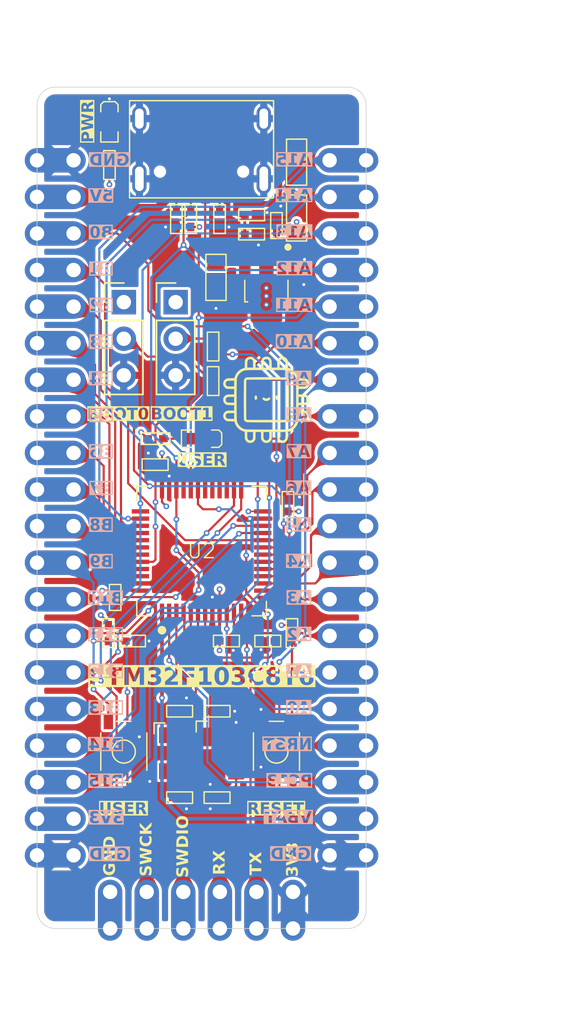
<source format=kicad_pcb>
(kicad_pcb (version 20241229) (generator "pcbnew") (generator_version "9.0")
  (title_block (title "STM32F103C8T6 Core Board") (date "2025-04-02") (rev "1") (comment 1 "Zhangshun Lu"))
  (layers (0 "F.Cu" signal) (4 "In1.Cu" signal) (6 "In2.Cu" signal) (2 "B.Cu" signal) (13 "F.Paste" user) (15 "B.Paste" user) (5 "F.SilkS" user "F.Silkscreen") (7 "B.SilkS" user "B.Silkscreen") (1 "F.Mask" user) (3 "B.Mask" user) (25 "Edge.Cuts" user))
  (net 0 "")
  (net 1 "/+3V3")
  (net 2 "GND")
  (net 3 "/+5V")
  (net 4 "/OSC_IN")
  (net 5 "/OSC_OUT")
  (net 6 "/OSC32_IN")
  (net 7 "/OSC32_OUT")
  (net 8 "/~{NRST}")
  (net 9 "/PA12")
  (net 11 "/PA11")
  (net 12 "Net-(CN1-CC2)")
  (net 13 "Net-(CN1-CC1)")
  (net 15 "/PB4")
  (net 16 "/PB2")
  (net 17 "/PA1")
  (net 18 "/USART1.TX")
  (net 19 "/PA8")
  (net 20 "/VBAT")
  (net 21 "/PB3")
  (net 22 "/PA7")
  (net 23 "/PC13")
  (net 24 "/PA2")
  (net 25 "/PA0")
  (net 26 "/USART1.RX")
  (net 27 "/PA3")
  (net 28 "/PA5")
  (net 29 "/PA4")
  (net 30 "/PA6")
  (net 31 "/PB12")
  (net 32 "/BOOT0")
  (net 33 "/PB5")
  (net 34 "/PB9")
  (net 35 "/PB13")
  (net 36 "/PB7")
  (net 37 "/PB6")
  (net 38 "/PB10")
  (net 39 "/PB1")
  (net 40 "/PB0")
  (net 41 "/PB14")
  (net 42 "/PB15")
  (net 43 "/PB11")
  (net 44 "/PB8")
  (net 45 "Net-(LED1-A)")
  (net 46 "Net-(LED2-A)")
  (net 49 "Net-(J2-Pin_2)")
  (net 50 "Net-(J1-Pin_2)")
  (net 51 "/PA15")
  (net 52 "/PA14")
  (net 53 "/PA13")
  (footprint "User:LED_SMD_0603" (layer "F.Cu") (at 150 95.2 180)
    (property "Reference" "LED2" (hide yes))
    (property "Value" "150060YS75000" (hide yes))
  )
  (footprint "User:ECX-31B" (layer "F.Cu") (at 148 117.037501 -90)
    (property "Reference" "X2" (hide yes))
    (property "Value" "32.768 kHz" (hide yes))
  )
  (footprint "User:C_SMD_0402" (layer "F.Cu") (at 151.075 120.125)
    (property "Reference" "C10" (hide yes))
    (property "Value" "20pF" (hide yes))
  )
  (footprint "User:C_SMD_0402" (layer "F.Cu") (at 145.2 109.25 180)
    (property "Reference" "C18" (hide yes))
    (property "Value" "0.1uF" (hide yes))
  )
  (footprint "User:SW_PTS810" (layer "F.Cu") (at 155.2 116.925 90)
    (property "Reference" "SW1" (hide yes))
    (property "Value" "PTS810" (hide yes))
  )
  (footprint "User:C_SMD_0402" (layer "F.Cu") (at 148.475 114.125 180)
    (property "Reference" "C11" (hide yes))
    (property "Value" "20pF" (hide yes))
  )
  (footprint "User:C_SMD_0402" (layer "F.Cu") (at 155.2 80.4 -90)
    (property "Reference" "C6" (hide yes))
    (property "Value" "0.1uF" (hide yes))
  )
  (footprint "User:C_SMD_0402" (layer "F.Cu") (at 153.475 81 180)
    (property "Reference" "C5" (hide yes))
    (property "Value" "0.1uF" (hide yes))
  )
  (footprint "User:R_SMD_0402" (layer "F.Cu") (at 149.25 79.95 90)
    (property "Reference" "R1" (hide yes))
    (property "Value" "1K5" (hide yes))
  )
  (footprint "User:C_SMD_0603" (layer "F.Cu") (at 156.6 76 90)
    (property "Reference" "C2" (hide yes))
    (property "Value" "4.7uF" (hide yes))
  )
  (footprint "User:ECX-32" (layer "F.Cu") (at 151.5 117.0625 -90)
    (property "Reference" "X1" (hide yes))
    (property "Value" "8 MHz" (hide yes))
  )
  (footprint "User:C_SMD_0402" (layer "F.Cu") (at 151.075 114.125 180)
    (property "Reference" "C9" (hide yes))
    (property "Value" "20pF" (hide yes))
  )
  (footprint "User:R_SMD_0402" (layer "F.Cu") (at 150.8 88.8 90)
    (property "Reference" "R4" (hide yes))
    (property "Value" "10K" (hide yes))
  )
  (footprint "Connector_PinHeader_2.54mm:PinHeader_1x03_P2.54mm_Vertical" (layer "F.Cu") (at 144.6 85.720001)
    (property "Reference" "J1" (hide yes))
    (property "Value" "Conn_01x03_Pin" (hide yes))
  )
  (footprint "User:C_SMD_0402" (layer "F.Cu") (at 153.475 79.67 180)
    (property "Reference" "C3" (hide yes))
    (property "Value" "0.1uF" (hide yes))
  )
  (footprint "User:R_SMD_0402" (layer "F.Cu") (at 150.8 91.2 90)
    (property "Reference" "R3" (hide yes))
    (property "Value" "10K" (hide yes))
  )
  (footprint "User:Castellated_PinHeader_1x20_2.54mm" (layer "F.Cu") (at 161.43 75.87)
    (property "Reference" "J5" (hide yes))
    (property "Value" "Conn_01x20" (hide yes))
  )
  (footprint "User:C_SMD_0603" (layer "F.Cu") (at 151 84 90)
    (property "Reference" "C4" (hide yes))
    (property "Value" "4.7uF" (hide yes))
  )
  (footprint "User:R_SMD_0402" (layer "F.Cu") (at 143.525 108.7 -90)
    (property "Reference" "R10" (hide yes))
    (property "Value" "10K" (hide yes))
  )
  (footprint "User:R_SMD_0402" (layer "F.Cu") (at 151.249999 79.95 90)
    (property "Reference" "R5" (hide yes))
    (property "Value" "5K1" (hide yes))
  )
  (footprint "Connector_PinHeader_2.54mm:PinHeader_1x03_P2.54mm_Vertical" (layer "F.Cu") (at 148.2 85.720001)
    (property "Reference" "J2" (hide yes))
    (property "Value" "Conn_01x03_Pin" (hide yes))
  )
  (footprint "User:R_SMD_0402" (layer "F.Cu") (at 143.6 76.2 90)
    (property "Reference" "R2" (hide yes))
    (property "Value" "1K" (hide yes))
  )
  (footprint "User:R_SMD_0402" (layer "F.Cu") (at 148.25 79.95 90)
    (property "Reference" "R6" (hide yes))
    (property "Value" "5K1" (hide yes))
  )
  (footprint "User:SW_PTS810" (layer "F.Cu") (at 144.6 116.925 90)
    (property "Reference" "SW2" (hide yes))
    (property "Value" "PTS810" (hide yes))
  )
  (footprint "User:LED_SMD_0603" (layer "F.Cu") (at 143.6 73.2 -90)
    (property "Reference" "LED1" (hide yes))
    (property "Value" "150060VS75000" (hide yes))
  )
  (footprint "LOGO" (layer "F.Cu") (at 154.5 92.5)
    (property "Reference" "REF**" (hide yes))
    (property "Value" "LOGO" (hide yes))
  )
  (footprint "User:C_SMD_0402" (layer "F.Cu") (at 151.725 109.25 180)
    (property "Reference" "C14" (hide yes))
    (property "Value" "0.1uF" (hide yes))
  )
  (footprint "User:Castellated_PinHeader_1x20_2.54mm" (layer "F.Cu") (at 141.11 75.87)
    (property "Reference" "J4" (hide yes))
    (property "Value" "Conn_01x20" (hide yes))
  )
  (footprint "User:STM32F103C8T6" (layer "F.Cu") (at 150 103)
    (property "Reference" "U2")
    (property "Value" "STM32F103C8T6" (hide yes))
  )
  (footprint "User:USB4105-GF-A" (layer "F.Cu") (at 150 77.73 180)
    (property "Reference" "CN1" (hide yes))
    (property "Value" "USB4105-GF-A" (hide yes))
  )
  (footprint "User:Castellated_PinHeader_1x6_2.54mm" (layer "F.Cu") (at 143.65 126.67 90)
    (property "Reference" "J3" (hide yes))
    (property "Value" "SWD" (hide yes))
  )
  (footprint "User:C_SMD_0402" (layer "F.Cu") (at 146.775 97)
    (property "Reference" "C16" (hide yes))
    (property "Value" "0.1uF" (hide yes))
  )
  (footprint "User:C_SMD_0402" (layer "F.Cu") (at 154.6 109.25)
    (property "Reference" "C13" (hide yes))
    (property "Value" "0.1uF" (hide yes))
  )
  (footprint "User:C_SMD_0402" (layer "F.Cu") (at 148.475 120.125 180)
    (property "Reference" "C12" (hide yes))
    (property "Value" "20pF" (hide yes))
  )
  (footprint "User:C_SMD_0402" (layer "F.Cu") (at 144 106.225 90)
    (property "Reference" "C17" (hide yes))
    (property "Value" "0.1uF" (hide yes))
  )
  (footprint "User:R_SMD_0402" (layer "F.Cu") (at 156.275 108.7 -90)
    (property "Reference" "R9" (hide yes))
    (property "Value" "10K" (hide yes))
  )
  (footprint "User:C_SMD_0603" (layer "F.Cu") (at 156.6 79.875 -90)
    (property "Reference" "C7" (hide yes))
    (property "Value" "4.7uF" (hide yes))
  )
  (footprint "User:R_SMD_0402" (layer "F.Cu") (at 146.8 95.2 180)
    (property "Reference" "R8" (hide yes))
    (property "Value" "1K" (hide yes))
  )
  (footprint "User:AMS1117-3.3V" (layer "F.Cu") (at 154.5 83.2 180)
    (property "Reference" "U1" (hide yes))
    (property "Value" "AMS1117-3.3V" (hide yes))
  )
  (footprint "User:C_SMD_0402" (layer "F.Cu") (at 156 99.775 -90)
    (property "Reference" "C15" (hide yes))
    (property "Value" "0.1uF" (hide yes))
  )
  (gr_line (start 161.43 72.06) (end 161.43 127.94) (stroke (width 0.05)) (layer "Edge.Cuts"))
  (gr_line (start 139.84 70.79) (end 160.16 70.79) (stroke (width 0.05)) (layer "Edge.Cuts"))
  (gr_arc (start 160.16 70.79) (mid 161.058026 71.161974) (end 161.43 72.06) (stroke (width 0.05)) (layer "Edge.Cuts"))
  (gr_arc (start 138.57 72.06) (mid 138.941974 71.161974) (end 139.84 70.79) (stroke (width 0.05)) (layer "Edge.Cuts"))
  (gr_arc (start 139.84 129.21) (mid 138.941974 128.838026) (end 138.57 127.94) (stroke (width 0.05)) (layer "Edge.Cuts"))
  (gr_line (start 160.16 129.21) (end 139.84 129.21) (stroke (width 0.05)) (layer "Edge.Cuts"))
  (gr_line (start 138.57 127.94) (end 138.57 72.06) (stroke (width 0.05)) (layer "Edge.Cuts"))
  (gr_arc (start 161.43 127.94) (mid 161.058026 128.838026) (end 160.16 129.21) (stroke (width 0.05)) (layer "Edge.Cuts"))
  (gr_text "RESET" (at 155.1375 121.4 0) (layer "F.SilkS" knockout) (effects (font (size 0.8 0.8) (thickness 0.125) (bold yes)) (justify bottom)))
  (gr_text "PWR" (at 142.6 73.200001 90) (layer "F.SilkS" knockout) (effects (font (size 0.8 0.8) (thickness 0.125) (bold yes)) (justify bottom)))
  (gr_text "SWCK" (at 146.19 123.734662 90) (layer "F.SilkS") (effects (font (size 0.8 0.8) (thickness 0.1))))
  (gr_text "SWDIO" (at 148.729999 123.516993 90) (layer "F.SilkS") (effects (font (size 0.8 0.8) (thickness 0.1))))
  (gr_text "3V3" (at 156.35 124.418151 90) (layer "F.SilkS") (effects (font (size 0.8 0.8) (thickness 0.1))))
  (gr_text "BOOT1" (at 148.6 94 0) (layer "F.SilkS" knockout) (effects (font (size 0.8 0.8) (thickness 0.125) (bold yes)) (justify bottom)))
  (gr_text "RX" (at 151.27 124.636211 90) (layer "F.SilkS") (effects (font (size 0.8 0.8) (thickness 0.1))))
  (gr_text "GND" (at 143.65 124.17 90) (layer "F.SilkS") (effects (font (size 0.8 0.8) (thickness 0.1))))
  (gr_text "TX" (at 153.81 124.698346 90) (layer "F.SilkS") (effects (font (size 0.8 0.8) (thickness 0.1))))
  (gr_text "BOOT0" (at 144.2 94 0) (layer "F.SilkS" knockout) (effects (font (size 0.8 0.8) (thickness 0.125) (bold yes)) (justify bottom)))
  (gr_text "STM32F103C8T6" (at 150 112.5 0) (layer "F.SilkS" knockout) (effects (font (size 1.2 1.2) (thickness 0.125) (bold yes) (italic yes)) (justify bottom)))
  (gr_text "USER" (at 150 97.2 0) (layer "F.SilkS" knockout) (effects (font (size 0.8 0.8) (thickness 0.125) (bold yes)) (justify bottom)))
  (gr_text "USER" (at 144.5375 121.4 0) (layer "F.SilkS" knockout) (effects (font (size 0.8 0.8) (thickness 0.125) (bold yes)) (justify bottom)))
  (gr_text "GND" (at 156.184676 124.0792 0) (layer "B.SilkS" knockout) (effects (font (size 0.8 0.8) (thickness 0.125) (bold yes)) (justify mirror)))
  (gr_text "A12" (at 156.4 83.4392 0) (layer "B.SilkS" knockout) (effects (font (size 0.8 0.8) (thickness 0.125) (bold yes)) (justify mirror)))
  (gr_text "B3" (at 143.027885 88.54 0) (layer "B.SilkS" knockout) (effects (font (size 0.8 0.8) (thickness 0.125) (bold yes)) (justify mirror)))
  (gr_text "GND" (at 143.6 124.1 0) (layer "B.SilkS" knockout) (effects (font (size 0.8 0.8) (thickness 0.125) (bold yes)) (justify mirror)))
  (gr_text "B5" (at 143.027885 93.62 0) (layer "B.SilkS" knockout) (effects (font (size 0.8 0.8) (thickness 0.125) (bold yes)) (justify mirror)))
  (gr_text "B0" (at 143.027885 80.92 0) (layer "B.SilkS" knockout) (effects (font (size 0.8 0.8) (thickness 0.125) (bold yes)) (justify mirror)))
  (gr_text "A11" (at 156.4 85.9792 0) (layer "B.SilkS" knockout) (effects (font (size 0.8 0.8) (thickness 0.125) (bold yes)) (justify mirror)))
  (gr_text "A13" (at 156.4 80.8992 0) (layer "B.SilkS" knockout) (effects (font (size 0.8 0.8) (thickness 0.125) (bold yes)) (justify mirror)))
  (gr_text "VBAT" (at 156.02328 121.5392 0) (layer "B.SilkS" knockout) (effects (font (size 0.8 0.8) (thickness 0.125) (bold yes)) (justify mirror)))
  (gr_text "A15" (at 156.4 75.87 0) (layer "B.SilkS" knockout) (effects (font (size 0.8 0.8) (thickness 0.125) (bold yes)) (justify mirror)))
  (gr_text "A2" (at 156.72201 108.8392 0) (layer "B.SilkS" knockout) (effects (font (size 0.8 0.8) (thickness 0.125) (bold yes)) (justify mirror)))
  (gr_text "5V" (at 143.042344 78.38 0) (layer "B.SilkS" knockout) (effects (font (size 0.8 0.8) (thickness 0.125) (bold yes)) (justify mirror)))
  (gr_text "B15" (at 143.349895 119.02 0) (layer "B.SilkS" knockout) (effects (font (size 0.8 0.8) (thickness 0.125) (bold yes)) (justify mirror)))
  (gr_text "B4" (at 143.027885 91.08 0) (layer "B.SilkS" knockout) (effects (font (size 0.8 0.8) (thickness 0.125) (bold yes)) (justify mirror)))
  (gr_text "B12" (at 143.349895 111.4 0) (layer "B.SilkS" knockout) (effects (font (size 0.8 0.8) (thickness 0.125) (bold yes)) (justify mirror)))
  (gr_text "B7" (at 143.027885 98.7 0) (layer "B.SilkS" knockout) (effects (font (size 0.8 0.8) (thickness 0.125) (bold yes)) (justify mirror)))
  (gr_text "A8" (at 156.72201 93.5992 0) (layer "B.SilkS" knockout) (effects (font (size 0.8 0.8) (thickness 0.125) (bold yes)) (justify mirror)))
  (gr_text "A6" (at 156.72201 98.6792 0) (layer "B.SilkS" knockout) (effects (font (size 0.8 0.8) (thickness 0.125) (bold yes)) (justify mirror)))
  (gr_text "PC13" (at 156.100266 118.9992 0) (layer "B.SilkS" knockout) (effects (font (size 0.8 0.8) (thickness 0.125) (bold yes)) (justify mirror)))
  (gr_text "A5" (at 156.72201 101.2192 0) (layer "B.SilkS" knockout) (effects (font (size 0.8 0.8) (thickness 0.125) (bold yes)) (justify mirror)))
  (gr_text "A7" (at 156.72201 96.1392 0) (layer "B.SilkS" knockout) (effects (font (size 0.8 0.8) (thickness 0.125) (bold yes)) (justify mirror)))
  (gr_text "B6" (at 143.027885 96.16 0) (layer "B.SilkS" knockout) (effects (font (size 0.8 0.8) (thickness 0.125) (bold yes)) (justify mirror)))
  (gr_text "B11" (at 143.349895 108.86 0) (layer "B.SilkS" knockout) (effects (font (size 0.8 0.8) (thickness 0.125) (bold yes)) (justify mirror)))
  (gr_text "B14" (at 143.349895 116.48 0) (layer "B.SilkS" knockout) (effects (font (size 0.8 0.8) (thickness 0.125) (bold yes)) (justify mirror)))
  (gr_text "GND" (at 143.6 75.8908 0) (layer "B.SilkS" knockout) (effects (font (size 0.8 0.8) (thickness 0.125) (bold yes)) (justify mirror)))
  (gr_text "A3" (at 156.72201 106.2992 0) (layer "B.SilkS" knockout) (effects (font (size 0.8 0.8) (thickness 0.125) (bold yes)) (justify mirror)))
  (gr_text "A9" (at 156.72201 91.0592 0) (layer "B.SilkS" knockout) (effects (font (size 0.8 0.8) (thickness 0.125) (bold yes)) (justify mirror)))
  (gr_text "B13" (at 143.349895 113.94 0) (layer "B.SilkS" knockout) (effects (font (size 0.8 0.8) (thickness 0.125) (bold yes)) (justify mirror)))
  (gr_text "A0" (at 156.72201 113.9192 0) (layer "B.SilkS" knockout) (effects (font (size 0.8 0.8) (thickness 0.125) (bold yes)) (justify mirror)))
  (gr_text "A1" (at 156.72201 111.3792 0) (layer "B.SilkS" knockout) (effects (font (size 0.8 0.8) (thickness 0.125) (bold yes)) (justify mirror)))
  (gr_text "B2" (at 143.027885 86 0) (layer "B.SilkS" knockout) (effects (font (size 0.8 0.8) (thickness 0.125) (bold yes)) (justify mirror)))
  (gr_text "B8" (at 143.027885 101.24 0) (layer "B.SilkS" knockout) (effects (font (size 0.8 0.8) (thickness 0.125) (bold yes)) (justify mirror)))
  (gr_text "A14" (at 156.4 78.3592 0) (layer "B.SilkS" knockout) (effects (font (size 0.8 0.8) (thickness 0.125) (bold yes)) (justify mirror)))
  (gr_text "A4" (at 156.72201 103.7592 0) (layer "B.SilkS" knockout) (effects (font (size 0.8 0.8) (thickness 0.125) (bold yes)) (justify mirror)))
  (gr_text "3V3" (at 143.364354 121.56 0) (layer "B.SilkS" knockout) (effects (font (size 0.8 0.8) (thickness 0.125) (bold yes)) (justify mirror)))
  (gr_text "A10" (at 156.4 88.5192 0) (layer "B.SilkS" knockout) (effects (font (size 0.8 0.8) (thickness 0.125) (bold yes)) (justify mirror)))
  (gr_text "B9" (at 143.027885 103.78 0) (layer "B.SilkS" knockout) (effects (font (size 0.8 0.8) (thickness 0.125) (bold yes)) (justify mirror)))
  (gr_text "NRST" (at 155.988109 116.4592 0) (layer "B.SilkS" knockout) (effects (font (size 0.8 0.8) (thickness 0.125) (bold yes)) (justify mirror)))
  (gr_text "B10" (at 143.349895 106.32 0) (layer "B.SilkS" knockout) (effects (font (size 0.8 0.8) (thickness 0.125) (bold yes)) (justify mirror)))
  (gr_text "B1" (at 143.027885 83.46 0) (layer "B.SilkS" knockout) (effects (font (size 0.8 0.8) (thickness 0.125) (bold yes)) (justify mirror)))
  (segment (start 147.25 97) (end 147.25 96.2) (width 0.15) (layer "F.Cu") (net 1))
  (segment (start 156.6 80.875) (end 156.6 80.15) (width 0.2) (layer "F.Cu") (net 1))
  (segment (start 156 100.25) (end 156.75 100.25) (width 0.15) (layer "F.Cu") (net 1))
  (segment (start 154.5 82.05) (end 154.5 83.2) (width 0.3) (layer "F.Cu") (net 1))
  (segment (start 143.525 108.15) (end 143.525 107.975) (width 0.15) (layer "F.Cu") (net 1))
  (segment (start 156.6 80.875) (end 155.2 80.875) (width 0.25) (layer "F.Cu") (net 1))
  (segment (start 155.2 81.35) (end 154.5 82.05) (width 0.3) (layer "F.Cu") (net 1))
  (segment (start 151.25 109.25) (end 151.25 109.9) (width 0.15) (layer "F.Cu") (net 1))
  (segment (start 147.25 98.75) (end 147.25 99.6) (width 0.15) (layer "F.Cu") (net 1))
  (segment (start 147.25 98.75) (end 147.25 97) (width 0.15) (layer "F.Cu") (net 1))
  (segment (start 156.275 108.15) (end 155.55 108.15) (width 0.15) (layer "F.Cu") (net 1))
  (segment (start 144 105.75) (end 143.1 105.75) (width 0.15) (layer "F.Cu") (net 1))
  (segment (start 151.25 107.25) (end 151.25 105.65) (width 0.15) (layer "F.Cu") (net 1))
  (segment (start 154.25 100.25) (end 153.25 100.25) (width 0.1) (layer "F.Cu") (net 1))
  (segment (start 143.6 76.75) (end 143.6 77.55) (width 0.15) (layer "F.Cu") (net 1))
  (segment (start 143.525 107.975) (end 143 107.45) (width 0.15) (layer "F.Cu") (net 1))
  (segment (start 146.25 95.2) (end 145.8 94.75) (width 0.15) (layer "F.Cu") (net 1))
  (segment (start 147.25 99.6) (end 147.55 99.9) (width 0.15) (layer "F.Cu") (net 1))
  (segment (start 151.25 109.25) (end 151.25 107.25) (width 0.2) (layer "F.Cu") (net 1))
  (segment (start 145.75 105.75) (end 144 105.75) (width 0.15) (layer "F.Cu") (net 1))
  (segment (start 149.25 80.5) (end 149.85 80.5) (width 0.15) (layer "F.Cu") (net 1))
  (segment (start 155.2 80.875) (end 155.2 81.35) (width 0.25) (layer "F.Cu") (net 1))
  (via (at 154.5 85.3) (size 0.4) (drill 0.2) (layers "F.Cu" "B.Cu") (net 1))
  (via (at 155.55 108.15) (size 0.4) (drill 0.2) (layers "F.Cu" "B.Cu") (net 1))
  (via (at 143.6 77.55) (size 0.4) (drill 0.2) (layers "F.Cu" "B.Cu") (net 1))
  (via (at 147.25 96.2) (size 0.4) (drill 0.2) (layers "F.Cu" "B.Cu") (net 1))
  (via (at 151.25 109.9) (size 0.4) (drill 0.2) (layers "F.Cu" "B.Cu") (net 1))
  (via (at 156.75 100.25) (size 0.4) (drill 0.2) (layers "F.Cu" "B.Cu") (net 1))
  (via (at 143 107.45) (size 0.4) (drill 0.2) (layers "F.Cu" "B.Cu") (net 1))
  (via (at 145.8 94.75) (size 0.4) (drill 0.2) (layers "F.Cu" "B.Cu") (net 1))
  (via (at 147.55 99.9) (size 0.4) (drill 0.2) (layers "F.Cu" "B.Cu") (net 1))
  (via (at 149.85 80.5) (size 0.4) (drill 0.2) (layers "F.Cu" "B.Cu") (net 1))
  (via (at 153.25 100.25) (size 0.4) (drill 0.2) (layers "F.Cu" "B.Cu") (net 1))
  (via (at 156.6 80.15) (size 0.4) (drill 0.2) (layers "F.Cu" "B.Cu") (net 1))
  (via (at 143.1 105.75) (size 0.4) (drill 0.2) (layers "F.Cu" "B.Cu") (net 1))
  (via (at 154.5 84.7375) (size 0.4) (drill 0.2) (layers "F.Cu" "B.Cu") (net 1))
  (via (at 151.25 105.65) (size 0.4) (drill 0.2) (layers "F.Cu" "B.Cu") (net 1))
  (via (at 154.5 85.9) (size 0.4) (drill 0.2) (layers "F.Cu" "B.Cu") (net 1))
  (segment (start 154.38 79.67) (end 154.55 79.5) (width 0.15) (layer "F.Cu") (net 2))
  (segment (start 156.8 99.25) (end 156.05 99.25) (width 0.15) (layer "F.Cu") (net 2))
  (segment (start 147.75 98.75) (end 147.75 97.8) (width 0.15) (layer "F.Cu") (net 2))
  (segment (start 145.675 114.85) (end 145.675 115.9) (width 0.15) (layer "F.Cu") (net 2))
  (segment (start 150.6 120.125) (end 150.6 120.9) (width 0.15) (layer "F.Cu") (net 2))
  (segment (start 150.75 107.25) (end 150.75 106.2) (width 0.15) (layer "F.Cu") (net 2))
  (segment (start 151 85) (end 151 86.15) (width 0.25) (layer "F.Cu") (net 2))
  (segment (start 152.2 109.25) (end 152.2 109.9) (width 0.15) (layer "F.Cu") (net 2))
  (segment (start 143.6 72.400001) (end 143.6 71.6) (width 0.15) (layer "F.Cu") (net 2))
  (segment (start 144 106.7) (end 143 106.7) (width 0.15) (layer "F.Cu") (net 2))
  (segment (start 156.35 84.5) (end 157.1 84.5) (width 0.2) (layer "F.Cu") (net 2))
  (segment (start 151.55 114.125) (end 152.3 114.125) (width 0.15) (layer "F.Cu") (net 2))
  (segment (start 154.125 119) (end 154.125 118) (width 0.15) (layer "F.Cu") (net 2))
  (segment (start 151.9 80.5) (end 151.249999 80.5) (width 0.15) (layer "F.Cu") (net 2))
  (segment (start 156.7 83.2) (end 157.15 82.75) (width 0.2) (layer "F.Cu") (net 2))
  (segment (start 153.95 79.67) (end 154.38 79.67) (width 0.15) (layer "F.Cu") (net 2))
  (segment (start 148.25 80.5) (end 147.5 80.5) (width 0.15) (layer "F.Cu") (net 2))
  (segment (start 145.675 119) (end 146.4 119) (width 0.15) (layer "F.Cu") (net 2))
  (segment (start 153.95 81) (end 153.95 81.75) (width 0.15) (layer "F.Cu") (net 2))
  (segment (start 148.95 120.125) (end 148.95 120.9) (width 0.15) (layer "F.Cu") (net 2))
  (segment (start 154.125 114.85) (end 154.125 114) (width 0.15) (layer "F.Cu") (net 2))
  (segment (start 154.25 100.75) (end 153.35 100.75) (width 0.15) (layer "F.Cu") (net 2))
  (segment (start 154.125 109.25) (end 154.125 109.85) (width 0.15) (layer "F.Cu") (net 2))
  (segment (start 152.4 115.9125) (end 152.4 114.9) (width 0.15) (layer "F.Cu") (net 2))
  (segment (start 156 83.2) (end 156 84.15) (width 0.2) (layer "F.Cu") (net 2))
  (segment (start 156.6 77) (end 156.6 77.9) (width 0.2) (layer "F.Cu") (net 2))
  (segment (start 146.3 97) (end 146.3 96.2) (width 0.15) (layer "F.Cu") (net 2))
  (segment (start 156 83.2) (end 156.7 83.2) (width 0.2) (layer "F.Cu") (net 2))
  (segment (start 148.95 114.125) (end 148.95 113.2) (width 0.15) (layer "F.Cu") (net 2))
  (segment (start 150.6 118.2125) (end 150.6 119.2) (width 0.15) (layer "F.Cu") (net 2))
  (segment (start 156 84.15) (end 156.35 84.5) (width 0.2) (layer "F.Cu") (net 2))
  (segment (start 145.675 109.25) (end 146.35 109.25) (width 0.15) (layer "F.Cu") (net 2))
  (segment (start 156.05 99.25) (end 156 99.3) (width 0.15) (layer "F.Cu") (net 2))
  (segment (start 156.6 78.875) (end 156.6 77.9) (width 0.2) (layer "F.Cu") (net 2))
  (segment (start 155.2 79.35) (end 155.5 79.05) (width 0.15) (layer "F.Cu") (net 2))
  (segment (start 155.2 79.925) (end 155.2 79.35) (width 0.15) (layer "F.Cu") (net 2))
  (via (at 151 86.15) (size 0.4) (drill 0.2) (layers "F.Cu" "B.Cu") (net 2))
  (via (at 154.125 109.85) (size 0.4) (drill 0.2) (layers "F.Cu" "B.Cu") (net 2))
  (via (at 157.15 82.75) (size 0.4) (drill 0.2) (layers "F.Cu" "B.Cu") (net 2))
  (via (at 146.35 109.25) (size 0.4) (drill 0.2) (layers "F.Cu" "B.Cu") (net 2))
  (via (at 154.55 79.5) (size 0.4) (drill 0.2) (layers "F.Cu" "B.Cu") (net 2))
  (via (at 156.6 77.9) (size 0.4) (drill 0.2) (layers "F.Cu" "B.Cu") (net 2))
  (via (at 155.5 79.05) (size 0.4) (drill 0.2) (layers "F.Cu" "B.Cu") (net 2))
  (via (at 143 106.7) (size 0.4) (drill 0.2) (layers "F.Cu" "B.Cu") (net 2))
  (via (at 147.5 80.5) (size 0.4) (drill 0.2) (layers "F.Cu" "B.Cu") (net 2))
  (via (at 153.95 81.75) (size 0.4) (drill 0.2) (layers "F.Cu" "B.Cu") (net 2))
  (via (at 150.6 119.2) (size 0.4) (drill 0.2) (layers "F.Cu" "B.Cu") (net 2))
  (via (at 154.125 118) (size 0.4) (drill 0.2) (layers "F.Cu" "B.Cu") (net 2))
  (via (at 143.6 71.6) (size 0.4) (drill 0.2) (layers "F.Cu" "B.Cu") (net 2))
  (via (at 150.6 120.9) (size 0.4) (drill 0.2) (layers "F.Cu" "B.Cu") (net 2))
  (via (at 152.4 114.9) (size 0.4) (drill 0.2) (layers "F.Cu" "B.Cu") (net 2))
  (via (at 157.1 84.5) (size 0.4) (drill 0.2) (layers "F.Cu" "B.Cu") (net 2))
  (via (at 150.75 106.2) (size 0.4) (drill 0.2) (layers "F.Cu" "B.Cu") (net 2))
  (via (at 148.95 113.2) (size 0.4) (drill 0.2) (layers "F.Cu" "B.Cu") (net 2))
  (via (at 147.75 97.8) (size 0.4) (drill 0.2) (layers "F.Cu" "B.Cu") (net 2))
  (via (at 156.8 99.25) (size 0.4) (drill 0.2) (layers "F.Cu" "B.Cu") (net 2))
  (via (at 154.125 114) (size 0.4) (drill 0.2) (layers "F.Cu" "B.Cu") (net 2))
  (via (at 151.9 80.5) (size 0.4) (drill 0.2) (layers "F.Cu" "B.Cu") (net 2))
  (via (at 145.675 115.9) (size 0.4) (drill 0.2) (layers "F.Cu" "B.Cu") (net 2))
  (via (at 153.35 100.75) (size 0.4) (drill 0.2) (layers "F.Cu" "B.Cu") (net 2))
  (via (at 146.3 96.2) (size 0.4) (drill 0.2) (layers "F.Cu" "B.Cu") (net 2))
  (via (at 148.95 120.9) (size 0.4) (drill 0.2) (layers "F.Cu" "B.Cu") (net 2))
  (via (at 152.3 114.125) (size 0.4) (drill 0.2) (layers "F.Cu" "B.Cu") (net 2))
  (via (at 152.2 109.9) (size 0.4) (drill 0.2) (layers "F.Cu" "B.Cu") (net 2))
  (via (at 146.4 119) (size 0.4) (drill 0.2) (layers "F.Cu" "B.Cu") (net 2))
  (segment (start 143.15 78.65) (end 143.3 78.8) (width 0.6) (layer "F.Cu") (net 3))
  (segment (start 155.4 75) (end 156.6 75) (width 0.6) (layer "F.Cu") (net 3))
  (segment (start 143.7 79.2) (end 143.15 78.65) (width 0.6) (layer "F.Cu") (net 3))
  (segment (start 151 83) (end 152.8 83) (width 0.25) (layer "F.Cu") (net 3))
  (segment (start 145.7 75) (end 155.4 75) (width 0.6) (layer "F.Cu") (net 3))
  (segment (start 154.7 78.9) (end 155.4 78.2) (width 0.4) (layer "F.Cu") (net 3))
  (segment (start 153 81) (end 153 83.2) (width 0.25) (layer "F.Cu") (net 3))
  (segment (start 144.65 79.2) (end 144.65 76.05) (width 0.6) (layer "F.Cu") (net 3))
  (segment (start 155.4 78.2) (end 155.4 75) (width 0.4) (layer "F.Cu") (net 3))
  (segment (start 152.4 78.9) (end 152.4 77.88) (width 0.4) (layer "F.Cu") (net 3))
  (segment (start 152.4 78.9) (end 154.7 78.9) (width 0.4) (layer "F.Cu") (net 3))
  (segment (start 144.65 79.2) (end 143.7 79.2) (width 0.6) (layer "F.Cu") (net 3))
  (segment (start 152.4 79.45) (end 152.4 78.9) (width 0.4) (layer "F.Cu") (net 3))
  (segment (start 147.6 78.55) (end 146.95 79.2) (width 0.6) (layer "F.Cu") (net 3))
  (segment (start 142.91 78.41) (end 141.11 78.41) (width 0.6) (layer "F.Cu") (net 3))
  (segment (start 146.95 79.2) (end 144.65 79.2) (width 0.6) (layer "F.Cu") (net 3))
  (segment (start 153 81) (end 153 79.67) (width 0.2) (layer "F.Cu") (net 3))
  (segment (start 152.62 79.67) (end 152.4 79.45) (width 0.3) (layer "F.Cu") (net 3))
  (segment (start 142.91 78.41) (end 143.15 78.65) (width 0.6) (layer "F.Cu") (net 3))
  (segment (start 144.65 76.05) (end 145.7 75) (width 0.6) (layer "F.Cu") (net 3))
  (segment (start 153 79.67) (end 152.62 79.67) (width 0.3) (layer "F.Cu") (net 3))
  (segment (start 147.6 77.88) (end 147.6 78.55) (width 0.6) (layer "F.Cu") (net 3))
  (segment (start 150.6 115.9125) (end 150.6 114.125) (width 0.15) (layer "F.Cu") (net 4))
  (segment (start 150.6 111.8) (end 149.25 110.45) (width 0.15) (layer "F.Cu") (net 4))
  (segment (start 149.25 110.45) (end 149.25 107.25) (width 0.15) (layer "F.Cu") (net 4))
  (segment (start 150.6 114.125) (end 150.6 111.8) (width 0.15) (layer "F.Cu") (net 4))
  (segment (start 151.075 111.575) (end 149.75 110.25) (width 0.15) (layer "F.Cu") (net 5))
  (segment (start 151.075 114.775) (end 151.075 111.575) (width 0.15) (layer "F.Cu") (net 5))
  (segment (start 149.75 110.25) (end 149.75 107.25) (width 0.15) (layer "F.Cu") (net 5))
  (segment (start 151.55 120.125) (end 152.4 119.275) (width 0.15) (layer "F.Cu") (net 5))
  (segment (start 151.5 115.2) (end 151.075 114.775) (width 0.15) (layer "F.Cu") (net 5))
  (segment (start 152.4 118.2125) (end 151.5 117.3125) (width 0.15) (layer "F.Cu") (net 5))
  (segment (start 152.4 119.275) (end 152.4 118.2125) (width 0.15) (layer "F.Cu") (net 5))
  (segment (start 151.5 117.3125) (end 151.5 115.2) (width 0.15) (layer "F.Cu") (net 5))
  (segment (start 148 113.4) (end 148 114.125) (width 0.15) (layer "F.Cu") (net 6))
  (segment (start 148.25 107.25) (end 148.25 113.15) (width 0.15) (layer "F.Cu") (net 6))
  (segment (start 148 115.787502) (end 148 114.125) (width 0.15) (layer "F.Cu") (net 6))
  (segment (start 148.25 113.15) (end 148 113.4) (width 0.15) (layer "F.Cu") (net 6))
  (segment (start 148.8 111) (end 148.8 107.3) (width 0.15) (layer "F.Cu") (net 7))
  (segment (start 149.6 111.8) (end 148.8 111) (width 0.15) (layer "F.Cu") (net 7))
  (segment (start 148 118.2875) (end 149.6 116.6875) (width 0.15) (layer "F.Cu") (net 7))
  (segment (start 149.6 116.6875) (end 149.6 111.8) (width 0.15) (layer "F.Cu") (net 7))
  (segment (start 148.8 107.3) (end 148.75 107.25) (width 0.15) (layer "F.Cu") (net 7))
  (segment (start 148 120.125) (end 148 118.2875) (width 0.15) (layer "F.Cu") (net 7))
  (segment (start 150.25 109.95) (end 150.7 110.4) (width 0.15) (layer "F.Cu") (net 8))
  (segment (start 155.075 110.025) (end 155.075 109.25) (width 0.15) (layer "F.Cu") (net 8))
  (segment (start 150.7 110.4) (end 154.7 110.4) (width 0.15) (layer "F.Cu") (net 8))
  (segment (start 154.7 110.4) (end 155.075 110.025) (width 0.15) (layer "F.Cu") (net 8))
  (segment (start 150.25 107.25) (end 150.25 109.95) (width 0.15) (layer "F.Cu") (net 8))
  (segment (start 156.275 109.25) (end 155.075 109.25) (width 0.15) (layer "F.Cu") (net 8))
  (segment (start 156.275 115.675) (end 156.275 114.85) (width 0.15) (layer "F.Cu") (net 8))
  (segment (start 156.275 114.85) (end 156.275 109.25) (width 0.15) (layer "F.Cu") (net 8))
  (segment (start 157.11 116.51) (end 156.275 115.675) (width 0.15) (layer "F.Cu") (net 8))
  (segment (start 158.89 116.51) (end 157.11 116.51) (width 0.15) (layer "F.Cu") (net 8))
  (segment (start 150 76.55) (end 149.5 76.55) (width 0.15) (layer "F.Cu") (net 9))
  (segment (start 150.25 77.73) (end 150.25 76.8) (width 0.15) (layer "F.Cu") (net 9))
  (segment (start 149.25 76.8) (end 149.25 77.73) (width 0.15) (layer "F.Cu") (net 9))
  (segment (start 149.25 77.73) (end 149.25 79.4) (width 0.15) (layer "F.Cu") (net 9))
  (segment (start 149.5 76.55) (end 149.25 76.8) (width 0.15) (layer "F.Cu") (net 9))
  (segment (start 148.75 79.9) (end 149.25 79.4) (width 0.15) (layer "F.Cu") (net 9))
  (segment (start 148.75 81.75) (end 148.75 79.9) (width 0.15) (layer "F.Cu") (net 9))
  (segment (start 150.25 76.8) (end 150 76.55) (width 0.15) (layer "F.Cu") (net 9))
  (segment (start 148.75 98.75) (end 148.75 96.25) (width 0.15) (layer "F.Cu") (net 9))
  (via (at 148.75 96.25) (size 0.4) (drill 0.2) (layers "F.Cu" "B.Cu") (net 9))
  (via (at 148.75 81.75) (size 0.4) (drill 0.2) (layers "F.Cu" "B.Cu") (net 9))
  (segment (start 148.75 81.75) (end 150.49 83.49) (width 0.15) (layer "B.Cu") (net 9))
  (segment (start 148.75 81.75) (end 146.5 84) (width 0.15) (layer "B.Cu") (net 9))
  (segment (start 146.5 94) (end 148.75 96.25) (width 0.15) (layer "B.Cu") (net 9))
  (segment (start 150.49 83.49) (end 158.89 83.49) (width 0.15) (layer "B.Cu") (net 9))
  (segment (start 146.5 84) (end 146.5 94) (width 0.15) (layer "B.Cu") (net 9))
  (segment (start 149.75 78.5) (end 150.05 78.8) (width 0.15) (layer "F.Cu") (net 11))
  (segment (start 149.75 77.73) (end 149.75 78.5) (width 0.15) (layer "F.Cu") (net 11))
  (segment (start 150.05 78.8) (end 150.25 78.8) (width 0.15) (layer "F.Cu") (net 11))
  (segment (start 150.25 78.8) (end 150.5 78.8) (width 0.15) (layer "F.Cu") (net 11))
  (segment (start 149.8 86.8) (end 149.8 81.75) (width 0.15) (layer "F.Cu") (net 11))
  (segment (start 150.25 81.3) (end 150.25 78.8) (width 0.15) (layer "F.Cu") (net 11))
  (segment (start 150.75 78.55) (end 150.75 77.73) (width 0.15) (layer "F.Cu") (net 11))
  (segment (start 149.25 98.75) (end 149.25 96.9) (width 0.15) (layer "F.Cu") (net 11))
  (segment (start 150.5 78.8) (end 150.75 78.55) (width 0.15) (layer "F.Cu") (net 11))
  (segment (start 149.8 81.75) (end 150.25 81.3) (width 0.15) (layer "F.Cu") (net 11))
  (via (at 149.8 86.8) (size 0.4) (drill 0.2) (layers "F.Cu" "B.Cu") (net 11))
  (via (at 149.25 96.9) (size 0.4) (drill 0.2) (layers "F.Cu" "B.Cu") (net 11))
  (segment (start 157.3 86.1) (end 158.82 86.1) (width 0.15) (layer "B.Cu") (net 11))
  (segment (start 149.8 86.8) (end 149.8 92.1) (width 0.15) (layer "B.Cu") (net 11))
  (segment (start 149.8 86.8) (end 156.6 86.8) (width 0.15) (layer "B.Cu") (net 11))
  (segment (start 158.82 86.1) (end 158.89 86.03) (width 0.15) (layer "B.Cu") (net 11))
  (segment (start 149.25 92.65) (end 149.25 96.9) (width 0.15) (layer "B.Cu") (net 11))
  (segment (start 156.6 86.8) (end 157.3 86.1) (width 0.15) (layer "B.Cu") (net 11))
  (segment (start 149.8 92.1) (end 149.25 92.65) (width 0.15) (layer "B.Cu") (net 11))
  (segment (start 148.25 79.4) (end 148.25 77.73) (width 0.15) (layer "F.Cu") (net 12))
  (segment (start 151.249999 79.4) (end 151.249999 77.73) (width 0.15) (layer "F.Cu") (net 13))
  (segment (start 144 101.2) (end 144.55 101.75) (width 0.15) (layer "F.Cu") (net 15))
  (segment (start 141.11 91.11) (end 144 94) (width 0.15) (layer "F.Cu") (net 15))
  (segment (start 144.55 101.75) (end 145.75 101.75) (width 0.15) (layer "F.Cu") (net 15))
  (segment (start 144 94) (end 144 101.2) (width 0.15) (layer "F.Cu") (net 15))
  (segment (start 143 87) (end 142.03 86.03) (width 0.15) (layer "F.Cu") (net 16))
  (segment (start 155 102.25) (end 155.15 102.1) (width 0.15) (layer "F.Cu") (net 16))
  (segment (start 152.15 89.35) (end 150.8 89.35) (width 0.15) (layer "F.Cu") (net 16))
  (segment (start 143 91.8) (end 143 87) (width 0.15) (layer "F.Cu") (net 16))
  (segment (start 155.2 100.5) (end 155.2 96.45) (width 0.15) (layer "F.Cu") (net 16))
  (segment (start 144.9 98.3) (end 144.9 93.7) (width 0.15) (layer "F.Cu") (net 16))
  (segment (start 144.9 93.7) (end 143 91.8) (width 0.15) (layer "F.Cu") (net 16))
  (segment (start 142.03 86.03) (end 141.11 86.03) (width 0.15) (layer "F.Cu") (net 16))
  (segment (start 154.25 102.25) (end 155 102.25) (width 0.15) (layer "F.Cu") (net 16))
  (segment (start 155.15 102.1) (end 155.2 102.05) (width 0.15) (layer "F.Cu") (net 16))
  (segment (start 148.85 102.25) (end 144.9 98.3) (width 0.15) (layer "F.Cu") (net 16))
  (segment (start 154.25 102.25) (end 148.85 102.25) (width 0.15) (layer "F.Cu") (net 16))
  (segment (start 155.2 102.05) (end 155.2 100.5) (width 0.15) (layer "F.Cu") (net 16))
  (via (at 152.15 89.35) (size 0.4) (drill 0.2) (layers "F.Cu" "B.Cu") (net 16))
  (via (at 155.2 96.45) (size 0.4) (drill 0.2) (layers "F.Cu" "B.Cu") (net 16))
  (segment (start 155.2 96.45) (end 155.2 91.05) (width 0.15) (layer "B.Cu") (net 16))
  (segment (start 153.5 89.35) (end 152.15 89.35) (width 0.15) (layer "B.Cu") (net 16))
  (segment (start 155.2 91.05) (end 153.5 89.35) (width 0.15) (layer "B.Cu") (net 16))
  (segment (start 152.25 108.25) (end 152.25 107.25) (width 0.15) (layer "F.Cu") (net 17))
  (segment (start 153.15 109.15) (end 152.25 108.25) (width 0.15) (layer "F.Cu") (net 17))
  (segment (start 153.15 109.85) (end 153.15 109.15) (width 0.15) (layer "F.Cu") (net 17))
  (via (at 153.15 109.85) (size 0.4) (drill 0.2) (layers "F.Cu" "B.Cu") (net 17))
  (segment (start 153.15 110.75) (end 153.15 109.85) (width 0.15) (layer "B.Cu") (net 17))
  (segment (start 153.83 111.43) (end 153.4 111) (width 0.15) (layer "B.Cu") (net 17))
  (segment (start 158.89 111.43) (end 153.83 111.43) (width 0.15) (layer "B.Cu") (net 17))
  (segment (start 153.4 111) (end 153.15 110.75) (width 0.15) (layer "B.Cu") (net 17))
  (segment (start 150.15 96.25) (end 150.15 94.45) (width 0.15) (layer "F.Cu") (net 18))
  (segment (start 155.4 122.5) (end 155.4 110.7) (width 0.15) (layer "F.Cu") (net 18))
  (segment (start 150.25 96.35) (end 150.15 96.25) (width 0.15) (layer "F.Cu") (net 18))
  (segment (start 150.25 98.75) (end 150.25 96.35) (width 0.15) (layer "F.Cu") (net 18))
  (segment (start 153.49 91.11) (end 158.89 91.11) (width 0.15) (layer "F.Cu") (net 18))
  (segment (start 150.15 94.45) (end 153.49 91.11) (width 0.15) (layer "F.Cu") (net 18))
  (segment (start 153.81 124.09) (end 155.4 122.5) (width 0.15) (layer "F.Cu") (net 18))
  (segment (start 153.81 126.67) (end 153.81 124.09) (width 0.15) (layer "F.Cu") (net 18))
  (via (at 155.4 110.7) (size 0.4) (drill 0.2) (layers "F.Cu" "B.Cu") (net 18))
  (segment (start 157.2 92.3) (end 158.39 91.11) (width 0.15) (layer "B.Cu") (net 18))
  (segment (start 157.2 108.9) (end 157.2 92.3) (width 0.15) (layer "B.Cu") (net 18))
  (segment (start 155.4 110.7) (end 157.2 108.9) (width 0.15) (layer "B.Cu") (net 18))
  (segment (start 158.39 91.11) (end 158.89 91.11) (width 0.15) (layer "B.Cu") (net 18))
  (segment (start 150.75 95.249999) (end 150.799999 95.2) (width 0.15) (layer "F.Cu") (net 19))
  (segment (start 150.75 98.75) (end 150.75 95.249999) (width 0.15) (layer "F.Cu") (net 19))
  (segment (start 150.799999 95.2) (end 155.5 95.2) (width 0.15) (layer "F.Cu") (net 19))
  (segment (start 155.5 95.2) (end 157.05 93.65) (width 0.15) (layer "F.Cu") (net 19))
  (segment (start 157.05 93.65) (end 158.89 93.65) (width 0.15) (layer "F.Cu") (net 19))
  (segment (start 147.25 107.25) (end 147.25 113.2) (width 0.25) (layer "F.Cu") (net 20))
  (via (at 147.25 113.2) (size 0.4) (drill 0.2) (layers "F.Cu" "B.Cu") (net 20))
  (segment (start 147.25 120.15) (end 148.69 121.59) (width 0.25) (layer "B.Cu") (net 20))
  (segment (start 147.25 113.2) (end 147.25 120.15) (width 0.25) (layer "B.Cu") (net 20))
  (segment (start 148.69 121.59) (end 158.89 121.59) (width 0.25) (layer "B.Cu") (net 20))
  (segment (start 142.6 92.1) (end 144.4 93.9) (width 0.15) (layer "F.Cu") (net 21))
  (segment (start 141.11 88.57) (end 142.6 90.06) (width 0.15) (layer "F.Cu") (net 21))
  (segment (start 144.75 101.25) (end 145.75 101.25) (width 0.15) (layer "F.Cu") (net 21))
  (segment (start 144.4 100.9) (end 144.75 101.25) (width 0.15) (layer "F.Cu") (net 21))
  (segment (start 142.6 90.06) (end 142.6 92.1) (width 0.15) (layer "F.Cu") (net 21))
  (segment (start 144.4 93.9) (end 144.4 100.9) (width 0.15) (layer "F.Cu") (net 21))
  (segment (start 157.34 100.74) (end 157.34 97.74) (width 0.15) (layer "F.Cu") (net 22))
  (segment (start 157.34 97.74) (end 158.89 96.19) (width 0.15) (layer "F.Cu") (net 22))
  (segment (start 157.35 100.75) (end 157.34 100.74) (width 0.15) (layer "F.Cu") (net 22))
  (segment (start 156.8 101.3) (end 157.35 100.75) (width 0.15) (layer "F.Cu") (net 22))
  (segment (start 154.25 103.75) (end 156.15 103.75) (width 0.15) (layer "F.Cu") (net 22))
  (segment (start 156.15 103.75) (end 156.8 103.1) (width 0.15) (layer "F.Cu") (net 22))
  (segment (start 156.8 103.1) (end 156.8 101.3) (width 0.15) (layer "F.Cu") (net 22))
  (segment (start 147.75 107.25) (end 147.75 110.6) (width 0.15) (layer "F.Cu") (net 23))
  (via (at 147.75 110.6) (size 0.4) (drill 0.2) (layers "F.Cu" "B.Cu") (net 23))
  (segment (start 147.75 110.6) (end 150.4 113.25) (width 0.15) (layer "B.Cu") (net 23))
  (segment (start 150.4 117.65) (end 151.8 119.05) (width 0.15) (layer "B.Cu") (net 23))
  (segment (start 150.4 113.25) (end 150.4 117.65) (width 0.15) (layer "B.Cu") (net 23))
  (segment (start 151.8 119.05) (end 158.89 119.05) (width 0.15) (layer "B.Cu") (net 23))
  (segment (start 158.89 108.89) (end 157.19 108.89) (width 0.15) (layer "F.Cu") (net 24))
  (segment (start 157.19 108.89) (end 157 108.7) (width 0.15) (layer "F.Cu") (net 24))
  (segment (start 152.75 108.15) (end 152.75 107.25) (width 0.15) (layer "F.Cu") (net 24))
  (segment (start 157 108.7) (end 153.3 108.7) (width 0.15) (layer "F.Cu") (net 24))
  (segment (start 153.3 108.7) (end 152.75 108.15) (width 0.15) (layer "F.Cu") (net 24))
  (segment (start 151.75 108.4) (end 151.75 107.25) (width 0.15) (layer "F.Cu") (net 25))
  (via (at 151.75 108.4) (size 0.4) (drill 0.2) (layers "F.Cu" "B.Cu") (net 25))
  (segment (start 155.07 113.97) (end 151.9 110.8) (width 0.15) (layer "B.Cu") (net 25))
  (segment (start 151.75 110.65) (end 151.75 108.4) (width 0.15) (layer "B.Cu") (net 25))
  (segment (start 151.9 110.8) (end 151.75 110.65) (width 0.15) (layer "B.Cu") (net 25))
  (segment (start 158.89 113.97) (end 155.07 113.97) (width 0.15) (layer "B.Cu") (net 25))
  (segment (start 154.6 107.4) (end 153.1 105.9) (width 0.15) (layer "F.Cu") (net 26))
  (segment (start 153.4 122.2) (end 153.4 117.9) (width 0.15) (layer "F.Cu") (net 26))
  (segment (start 152.8 122.8) (end 153.4 122.2) (width 0.15) (layer "F.Cu") (net 26))
  (segment (start 153.1 105.9) (end 153.1 103.3) (width 0.15) (layer "F.Cu") (net 26))
  (segment (start 153.4 117.9) (end 153.4 111.9) (width 0.15) (layer "F.Cu") (net 26))
  (segment (start 149.75 98.75) (end 149.75 99.75) (width 0.15) (layer "F.Cu") (net 26))
  (segment (start 149.8 94) (end 155.23 88.57) (width 0.15) (layer "F.Cu") (net 26))
  (segment (start 153.4 111.9) (end 154.4 110.9) (width 0.16) (layer "F.Cu") (net 26))
  (segment (start 151.27 124.33) (end 152.8 122.8) (width 0.15) (layer "F.Cu") (net 26))
  (segment (start 155.23 88.57) (end 158.89 88.57) (width 0.15) (layer "F.Cu") (net 26))
  (segment (start 149.75 99.75) (end 150.1 100.1) (width 0.15) (layer "F.Cu") (net 26))
  (segment (start 151.27 126.67) (end 151.27 124.33) (width 0.15) (layer "F.Cu") (net 26))
  (segment (start 149.8 97.5) (end 149.8 94) (width 0.15) (layer "F.Cu") (net 26))
  (segment (start 150.1 100.1) (end 151.2 100.1) (width 0.15) (layer "F.Cu") (net 26))
  (segment (start 149.75 98.75) (end 149.75 97.55) (width 0.15) (layer "F.Cu") (net 26))
  (segment (start 149.75 97.55) (end 149.8 97.5) (width 0.15) (layer "F.Cu") (net 26))
  (via (at 154.6 107.4) (size 0.4) (drill 0.2) (layers "F.Cu" "B.Cu") (net 26))
  (via (at 151.2 100.1) (size 0.4) (drill 0.2) (layers "F.Cu" "B.Cu") (net 26))
  (via (at 154.4 110.9) (size 0.4) (drill 0.2) (layers "F.Cu" "B.Cu") (net 26))
  (via (at 153.1 103.3) (size 0.4) (drill 0.2) (layers "F.Cu" "B.Cu") (net 26))
  (segment (start 154.4 110.9) (end 154.6 110.7) (width 0.15) (layer "B.Cu") (net 26))
  (segment (start 153.1 101.1) (end 152.6 100.6) (width 0.15) (layer "B.Cu") (net 26))
  (segment (start 152.1 100.1) (end 151.2 100.1) (width 0.15) (layer "B.Cu") (net 26))
  (segment (start 153.1 103.3) (end 153.1 101.1) (width 0.15) (layer "B.Cu") (net 26))
  (segment (start 152.6 100.6) (end 152.1 100.1) (width 0.15) (layer "B.Cu") (net 26))
  (segment (start 154.6 110.7) (end 154.6 107.4) (width 0.15) (layer "B.Cu") (net 26))
  (segment (start 156.4 105.75) (end 157 106.35) (width 0.15) (layer "F.Cu") (net 27))
  (segment (start 154.25 105.75) (end 156.4 105.75) (width 0.15) (layer "F.Cu") (net 27))
  (segment (start 157 106.35) (end 158.89 106.35) (width 0.15) (layer "F.Cu") (net 27))
  (segment (start 157.6 101.9) (end 158.23 101.27) (width 0.15) (layer "F.Cu") (net 28))
  (segment (start 157.6 104.05) (end 157.6 101.9) (width 0.15) (layer "F.Cu") (net 28))
  (segment (start 154.25 104.75) (end 156.9 104.75) (width 0.15) (layer "F.Cu") (net 28))
  (segment (start 156.9 104.75) (end 157.6 104.05) (width 0.15) (layer "F.Cu") (net 28))
  (segment (start 158.23 101.27) (end 158.89 101.27) (width 0.15) (layer "F.Cu") (net 28))
  (segment (start 158.89 104.26) (end 158.89 103.81) (width 0.15) (layer "F.Cu") (net 29))
  (segment (start 157.9 105.25) (end 158.89 104.26) (width 0.15) (layer "F.Cu") (net 29))
  (segment (start 154.25 105.25) (end 157.9 105.25) (width 0.15) (layer "F.Cu") (net 29))
  (segment (start 157.2 103.6) (end 156.55 104.25) (width 0.15) (layer "F.Cu") (net 30))
  (segment (start 158.89 98.73) (end 157.87 98.73) (width 0.15) (layer "F.Cu") (net 30))
  (segment (start 157.7 98.9) (end 157.7 101.1) (width 0.15) (layer "F.Cu") (net 30))
  (segment (start 157.87 98.73) (end 157.7 98.9) (width 0.15) (layer "F.Cu") (net 30))
  (segment (start 157.2 101.6) (end 157.2 103.6) (width 0.15) (layer "F.Cu") (net 30))
  (segment (start 156.55 104.25) (end 154.25 104.25) (width 0.15) (layer "F.Cu") (net 30))
  (segment (start 157.7 101.1) (end 157.2 101.6) (width 0.15) (layer "F.Cu") (net 30))
  (segment (start 152.75 100.1) (end 151.1 101.75) (width 0.15) (layer "F.Cu") (net 31))
  (segment (start 144.2 110) (end 142.77 111.43) (width 0.15) (layer "F.Cu") (net 31))
  (segment (start 142.77 111.43) (end 141.11 111.43) (width 0.15) (layer "F.Cu") (net 31))
  (segment (start 152.75 98.75) (end 152.75 100.1) (width 0.15) (layer "F.Cu") (net 31))
  (via (at 151.1 101.75) (size 0.4) (drill 0.2) (layers "F.Cu" "B.Cu") (net 31))
  (via (at 144.2 110) (size 0.4) (drill 0.2) (layers "F.Cu" "B.Cu") (net 31))
  (segment (start 151.1 101.75) (end 144.2 108.65) (width 0.15) (layer "B.Cu") (net 31))
  (segment (start 144.2 108.65) (end 144.2 110) (width 0.15) (layer "B.Cu") (net 31))
  (segment (start 150.8 91.75) (end 149.25 93.3) (width 0.15) (layer "F.Cu") (net 32))
  (segment (start 147.8 93.3) (end 146.8 94.3) (width 0.15) (layer "F.Cu") (net 32))
  (segment (start 146.65 103.75) (end 146.8 103.6) (width 0.15) (layer "F.Cu") (net 32))
  (segment (start 146.8 94.8) (end 146.8 99.6) (width 0.15) (layer "F.Cu") (net 32))
  (segment (start 146.8 103.6) (end 146.8 101.3) (width 0.15) (layer "F.Cu") (net 32))
  (segment (start 149.25 93.3) (end 147.8 93.3) (width 0.15) (layer "F.Cu") (net 32))
  (segment (start 146.8 94.3) (end 146.8 94.8) (width 0.15) (layer "F.Cu") (net 32))
  (segment (start 145.75 103.75) (end 146.65 103.75) (width 0.15) (layer "F.Cu") (net 32))
  (via (at 146.8 99.6) (size 0.4) (drill 0.2) (layers "F.Cu" "B.Cu") (net 32))
  (via (at 146.8 101.3) (size 0.4) (drill 0.2) (layers "F.Cu" "B.Cu") (net 32))
  (segment (start 146.8 101.3) (end 146.8 99.6) (width 0.15) (layer "B.Cu") (net 32))
  (segment (start 145.75 102.25) (end 144.55 102.25) (width 0.15) (layer "F.Cu") (net 33))
  (segment (start 143.050001 93.650001) (end 141.11 93.650001) (width 0.15) (layer "F.Cu") (net 33))
  (segment (start 143.6 101.3) (end 143.6 94.2) (width 0.15) (layer "F.Cu") (net 33))
  (segment (start 143.6 94.2) (end 143.050001 93.650001) (width 0.15) (layer "F.Cu") (net 33))
  (segment (start 144.55 102.25) (end 143.6 101.3) (width 0.15) (layer "F.Cu") (net 33))
  (segment (start 143.525 114.85) (end 143.525 113.625) (width 0.15) (layer "F.Cu") (net 34))
  (segment (start 145.75 104.75) (end 144.35 104.75) (width 0.15) (layer "F.Cu") (net 34))
  (segment (start 143.525 109.25) (end 142.5 109.25) (width 0.15) (layer "F.Cu") (net 34))
  (segment (start 143.525 109.25) (end 144.725 109.25) (width 0.15) (layer "F.Cu") (net 34))
  (segment (start 143.525 113.625) (end 142.5 112.6) (width 0.15) (layer "F.Cu") (net 34))
  (segment (start 143.4 103.8) (end 141.119999 103.8) (width 0.15) (layer "F.Cu") (net 34))
  (segment (start 141.119999 103.8) (end 141.11 103.809999) (width 0.15) (layer "F.Cu") (net 34))
  (segment (start 144.35 104.75) (end 143.4 103.8) (width 0.15) (layer "F.Cu") (net 34))
  (via (at 142.5 112.6) (size 0.4) (drill 0.2) (layers "F.Cu" "B.Cu") (net 34))
  (via (at 142.5 109.25) (size 0.4) (drill 0.2) (layers "F.Cu" "B.Cu") (net 34))
  (segment (start 142.5 105.2) (end 141.11 103.81) (width 0.15) (layer "B.Cu") (net 34))
  (segment (start 142.5 112.6) (end 142.5 109.25) (width 0.15) (layer "B.Cu") (net 34))
  (segment (start 142.5 109.25) (end 142.5 105.2) (width 0.15) (layer "B.Cu") (net 34))
  (segment (start 141.11 103.81) (end 141.11 103.809999) (width 0.15) (layer "B.Cu") (net 34))
  (segment (start 152.25 98.75) (end 152.25 99.85) (width 0.15) (layer "F.Cu") (net 35))
  (segment (start 152.25 99.85) (end 150.35 101.75) (width 0.15) (layer "F.Cu") (net 35))
  (via (at 150.35 101.75) (size 0.4) (drill 0.2) (layers "F.Cu" "B.Cu") (net 35))
  (segment (start 143.7 112.8) (end 143.7 108.4) (width 0.15) (layer "B.Cu") (net 35))
  (segment (start 142.530001 113.969999) (end 143.7 112.8) (width 0.15) (layer "B.Cu") (net 35))
  (segment (start 143.7 108.4) (end 150.35 101.75) (width 0.15) (layer "B.Cu") (net 35))
  (segment (start 141.11 113.969999) (end 142.530001 113.969999) (width 0.15) (layer "B.Cu") (net 35))
  (segment (start 144.55 103.25) (end 142.9 101.6) (width 0.15) (layer "F.Cu") (net 36))
  (segment (start 145.75 103.25) (end 144.55 103.25) (width 0.15) (layer "F.Cu") (net 36))
  (segment (start 142.9 99.3) (end 142.33 98.73) (width 0.15) (layer "F.Cu") (net 36))
  (segment (start 142.33 98.73) (end 141.11 98.73) (width 0.15) (layer "F.Cu") (net 36))
  (segment (start 142.9 101.6) (end 142.9 99.3) (width 0.15) (layer "F.Cu") (net 36))
  (segment (start 142.29 96.19) (end 141.11 96.19) (width 0.15) (layer "F.Cu") (net 37))
  (segment (start 143.2 101.4) (end 143.2 97.1) (width 0.15) (layer "F.Cu") (net 37))
  (segment (start 145.75 102.75) (end 144.55 102.75) (width 0.15) (layer "F.Cu") (net 37))
  (segment (start 144.55 102.75) (end 143.2 101.4) (width 0.15) (layer "F.Cu") (net 37))
  (segment (start 143.2 97.1) (end 142.29 96.19) (width 0.15) (layer "F.Cu") (net 37))
  (segment (start 152.65 101.75) (end 152.6 101.8) (width 0.15) (layer "F.Cu") (net 38))
  (segment (start 148.2 106.2) (end 142.8 106.2) (width 0.15) (layer "F.Cu") (net 38))
  (segment (start 142.65 106.35) (end 141.11 106.35) (width 0.15) (layer "F.Cu") (net 38))
  (segment (start 142.8 106.2) (end 142.65 106.35) (width 0.15) (layer "F.Cu") (net 38))
  (segment (start 154.25 101.75) (end 152.65 101.75) (width 0.15) (layer "F.Cu") (net 38))
  (via (at 148.2 106.2) (size 0.4) (drill 0.2) (layers "F.Cu" "B.Cu") (net 38))
  (via (at 152.6 101.8) (size 0.4) (drill 0.2) (layers "F.Cu" "B.Cu") (net 38))
  (segment (start 148.2 106.2) (end 152.6 101.8) (width 0.15) (layer "B.Cu") (net 38))
  (segment (start 154.25 102.75) (end 155.15 102.75) (width 0.15) (layer "F.Cu") (net 39))
  (segment (start 143.3 91.5) (end 143.3 84.5) (width 0.15) (layer "F.Cu") (net 39))
  (segment (start 146.4 98.5) (end 145.3 97.4) (width 0.15) (layer "F.Cu") (net 39))
  (segment (start 143.3 84.5) (end 142.29 83.49) (width 0.15) (layer "F.Cu") (net 39))
  (segment (start 155.15 102.75) (end 155.7 102.2) (width 0.15) (layer "F.Cu") (net 39))
  (segment (start 142.29 83.49) (end 141.11 83.49) (width 0.15) (layer "F.Cu") (net 39))
  (segment (start 155.7 102.2) (end 155.7 101.1) (width 0.15) (layer "F.Cu") (net 39))
  (segment (start 145.3 97.4) (end 145.3 93.5) (width 0.15) (layer "F.Cu") (net 39))
  (segment (start 145.3 93.5) (end 143.3 91.5) (width 0.15) (layer "F.Cu") (net 39))
  (via (at 146.4 98.5) (size 0.4) (drill 0.2) (layers "F.Cu" "B.Cu") (net 39))
  (via (at 155.7 101.1) (size 0.4) (drill 0.2) (layers "F.Cu" "B.Cu") (net 39))
  (segment (start 146.4 98.5) (end 154.9 98.5) (width 0.15) (layer "B.Cu") (net 39))
  (segment (start 154.9 98.5) (end 155.7 99.3) (width 0.15) (layer "B.Cu") (net 39))
  (segment (start 155.7 99.3) (end 155.7 101.1) (width 0.15) (layer "B.Cu") (net 39))
  (segment (start 149.1 87.4) (end 148.7 87) (width 0.15) (layer "F.Cu") (net 40))
  (segment (start 147 87) (end 146.3 86.3) (width 0.15) (layer "F.Cu") (net 40))
  (segment (start 155.35 103.25) (end 156.1 102.5) (width 0.15) (layer "F.Cu") (net 40))
  (segment (start 144.149999 80.949999) (end 141.11 80.949999) (width 0.15) (layer "F.Cu") (net 40))
  (segment (start 154.25 103.25) (end 155.35 103.25) (width 0.15) (layer "F.Cu") (net 40))
  (segment (start 148.7 87) (end 147 87) (width 0.15) (layer "F.Cu") (net 40))
  (segment (start 146.3 83.1) (end 144.149999 80.949999) (width 0.15) (layer "F.Cu") (net 40))
  (segment (start 153.2 87.4) (end 149.1 87.4) (width 0.15) (layer "F.Cu") (net 40))
  (segment (start 156.1 102.5) (end 156.1 101.6) (width 0.15) (layer "F.Cu") (net 40))
  (segment (start 146.3 86.3) (end 146.3 83.1) (width 0.15) (layer "F.Cu") (net 40))
  (via (at 156.1 101.6) (size 0.4) (drill 0.2) (layers "F.Cu" "B.Cu") (net 40))
  (via (at 153.2 87.4) (size 0.4) (drill 0.2) (layers "F.Cu" "B.Cu") (net 40))
  (segment (start 156.1 90.3) (end 153.2 87.4) (width 0.15) (layer "B.Cu") (net 40))
  (segment (start 156.1 101.6) (end 156.1 90.3) (width 0.15) (layer "B.Cu") (net 40))
  (segment (start 153.9 97.8) (end 153.9 99.4) (width 0.15) (layer "F.Cu") (net 41))
  (segment (start 151.75 97.85) (end 152.2 97.4) (width 0.15) (layer "F.Cu") (net 41))
  (segment (start 152.2 97.4) (end 153.5 97.4) (width 0.15) (layer "F.Cu") (net 41))
  (segment (start 151.75 98.75) (end 151.75 97.85) (width 0.15) (layer "F.Cu") (net 41))
  (segment (start 153.5 97.4) (end 153.9 97.8) (width 0.15) (layer "F.Cu") (net 41))
  (via (at 153.9 99.4) (size 0.4) (drill 0.2) (layers "F.Cu" "B.Cu") (net 41))
  (segment (start 153.9 105.2) (end 151.8 107.3) (width 0.15) (layer "B.Cu") (net 41))
  (segment (start 153.9 99.4) (end 153.9 105.2) (width 0.15) (layer "B.Cu") (net 41))
  (segment (start 151.8 107.3) (end 147.4 107.3) (width 0.15) (layer "B.Cu") (net 41))
  (segment (start 147.4 107.3) (end 145.4 109.3) (width 0.15) (layer "B.Cu") (net 41))
  (segment (start 142.889999 116.510001) (end 141.11 116.510001) (width 0.15) (layer "B.Cu") (net 41))
  (segment (start 145.4 114) (end 142.889999 116.510001) (width 0.15) (layer "B.Cu") (net 41))
  (segment (start 145.4 109.3) (end 145.4 114) (width 0.15) (layer "B.Cu") (net 41))
  (segment (start 154.7 99.3) (end 154.7 97.5) (width 0.15) (layer "F.Cu") (net 42))
  (segment (start 154.2 97) (end 151.9 97) (width 0.15) (layer "F.Cu") (net 42))
  (segment (start 154.7 97.5) (end 154.2 97) (width 0.15) (layer "F.Cu") (net 42))
  (segment (start 151.9 97) (end 151.25 97.65) (width 0.15) (layer "F.Cu") (net 42))
  (segment (start 151.25 97.65) (end 151.25 98.75) (width 0.15) (layer "F.Cu") (net 42))
  (via (at 154.7 99.3) (size 0.4) (drill 0.2) (layers "F.Cu" "B.Cu") (net 42))
  (segment (start 144.65 119.05) (end 146.4 117.3) (width 0.15) (layer "B.Cu") (net 42))
  (segment (start 146.4 110.5) (end 148.4 108.5) (width 0.15) (layer "B.Cu") (net 42))
  (segment (start 149 107.9) (end 149.7 107.9) (width 0.15) (layer "B.Cu") (net 42))
  (segment (start 146.4 117.3) (end 146.4 110.5) (width 0.15) (layer "B.Cu") (net 42))
  (segment (start 148.4 108.5) (end 149 107.9) (width 0.15) (layer "B.Cu") (net 42))
  (segment (start 149.7 107.9) (end 152.1 107.9) (width 0.15) (layer "B.Cu") (net 42))
  (segment (start 141.11 119.05) (end 144.65 119.05) (width 0.15) (layer "B.Cu") (net 42))
  (segment (start 152.1 107.9) (end 154.7 105.3) (width 0.15) (layer "B.Cu") (net 42))
  (segment (start 154.7 105.3) (end 154.7 99.3) (width 0.15) (layer "B.Cu") (net 42))
  (segment (start 142.21 108.89) (end 142.4 108.7) (width 0.15) (layer "F.Cu") (net 43))
  (segment (start 144.75 108.7) (end 146.3 107.15) (width 0.15) (layer "F.Cu") (net 43))
  (segment (start 142.4 108.7) (end 144.75 108.7) (width 0.15) (layer "F.Cu") (net 43))
  (segment (start 154.25 101.25) (end 152.2 101.25) (width 0.15) (layer "F.Cu") (net 43))
  (segment (start 141.11 108.89) (end 142.21 108.89) (width 0.15) (layer "F.Cu") (net 43))
  (via (at 152.2 101.25) (size 0.4) (drill 0.2) (layers "F.Cu" "B.Cu") (net 43))
  (via (at 146.3 107.15) (size 0.4) (drill 0.2) (layers "F.Cu" "B.Cu") (net 43))
  (segment (start 152.2 101.25) (end 146.3 107.15) (width 0.15) (layer "B.Cu") (net 43))
  (segment (start 145.75 104.25) (end 144.65 104.25) (width 0.15) (layer "F.Cu") (net 44))
  (segment (start 144.65 104.25) (end 141.67 101.27) (width 0.15) (layer "F.Cu") (net 44))
  (segment (start 141.67 101.27) (end 141.11 101.27) (width 0.15) (layer "F.Cu") (net 44))
  (segment (start 143.6 73.999999) (end 143.6 75.65) (width 0.15) (layer "F.Cu") (net 45))
  (segment (start 149.200001 95.2) (end 147.35 95.2) (width 0.15) (layer "F.Cu") (net 46))
  (segment (start 148.210001 88.25) (end 148.2 88.260001) (width 0.1) (layer "F.Cu") (net 49))
  (segment (start 150.8 88.25) (end 148.210001 88.25) (width 0.15) (layer "F.Cu") (net 49))
  (segment (start 145.010001 88.260001) (end 144.6 88.260001) (width 0.15) (layer "F.Cu") (net 50))
  (segment (start 146.25 89.5) (end 145.010001 88.260001) (width 0.15) (layer "F.Cu") (net 50))
  (segment (start 150.8 90.65) (end 150.1 90.65) (width 0.15) (layer "F.Cu") (net 50))
  (segment (start 148.95 89.5) (end 146.25 89.5) (width 0.15) (layer "F.Cu") (net 50))
  (segment (start 150.1 90.65) (end 148.95 89.5) (width 0.15) (layer "F.Cu") (net 50))
  (segment (start 145.75 100.75) (end 144.9 100.75) (width 0.15) (layer "F.Cu") (net 51))
  (via (at 144.9 100.75) (size 0.4) (drill 0.2) (layers "F.Cu" "B.Cu") (net 51))
  (segment (start 144.9 100.75) (end 144.55 100.75) (width 0.15) (layer "B.Cu") (net 51))
  (segment (start 142.9 99.1) (end 142.9 82) (width 0.15) (layer "B.Cu") (net 51))
  (segment (start 154.3 79.1) (end 157.53 75.87) (width 0.15) (layer "B.Cu") (net 51))
  (segment (start 142.9 82) (end 145.8 79.1) (width 0.15) (layer "B.Cu") (net 51))
  (segment (start 157.53 75.87) (end 158.89 75.87) (width 0.15) (layer "B.Cu") (net 51))
  (segment (start 145.8 79.1) (end 154.3 79.1) (width 0.15) (layer "B.Cu") (net 51))
  (segment (start 144.55 100.75) (end 142.9 99.1) (width 0.15) (layer "B.Cu") (net 51))
  (segment (start 145.75 100.25) (end 145.75 99.7) (width 0.15) (layer "F.Cu") (net 52))
  (segment (start 146.19 121.79) (end 146.19 126.67) (width 0.15) (layer "F.Cu") (net 52))
  (segment (start 144.1 113.1) (end 144.1 119.7) (width 0.15) (layer "F.Cu") (net 52))
  (segment (start 143 112) (end 144.1 113.1) (width 0.15) (layer "F.Cu") (net 52))
  (segment (start 144.1 119.7) (end 146.19 121.79) (width 0.15) (layer "F.Cu") (net 52))
  (via (at 145.75 99.7) (size 0.4) (drill 0.2) (layers "F.Cu" "B.Cu") (net 52))
  (via (at 143 112) (size 0.4) (drill 0.2) (layers "F.Cu" "B.Cu") (net 52))
  (segment (start 145.75 105.45) (end 143.275 107.925) (width 0.15) (layer "B.Cu") (net 52))
  (segment (start 146.5 80) (end 156 80) (width 0.15) (layer "B.Cu") (net 52))
  (segment (start 145.75 99.7) (end 145.75 95.35) (width 0.15) (layer "B.Cu") (net 52))
  (segment (start 156 80) (end 157.59 78.41) (width 0.15) (layer "B.Cu") (net 52))
  (segment (start 143 108.2) (end 143 112) (width 0.15) (layer "B.Cu") (net 52))
  (segment (start 143.4 93) (end 143.4 83.1) (width 0.15) (layer "B.Cu") (net 52))
  (segment (start 157.59 78.41) (end 158.89 78.41) (width 0.15) (layer "B.Cu") (net 52))
  (segment (start 143.275 107.925) (end 143 108.2) (width 0.15) (layer "B.Cu") (net 52))
  (segment (start 145.75 99.7) (end 145.75 105.45) (width 0.15) (layer "B.Cu") (net 52))
  (segment (start 143.4 83.1) (end 146.5 80) (width 0.15) (layer "B.Cu") (net 52))
  (segment (start 145.75 95.35) (end 143.4 93) (width 0.15) (layer "B.Cu") (net 52))
  (segment (start 144.85 119.7) (end 148.729999 123.579999) (width 0.15) (layer "F.Cu") (net 53))
  (segment (start 148.25 102.95) (end 149.8 104.5) (width 0.15) (layer "F.Cu") (net 53))
  (segment (start 148.25 98.75) (end 148.25 96.55) (width 0.15) (layer "F.Cu") (net 53))
  (segment (start 148.729999 123.579999) (end 148.729999 126.67) (width 0.15) (layer "F.Cu") (net 53))
  (segment (start 144.85 112.8) (end 144.85 119.7) (width 0.15) (layer "F.Cu") (net 53))
  (segment (start 148.25 98.75) (end 148.25 100.8) (width 0.15) (layer "F.Cu") (net 53))
  (segment (start 149.8 104.5) (end 149.8 105.7) (width 0.15) (layer "F.Cu") (net 53))
  (via (at 144.85 112.8) (size 0.4) (drill 0.2) (layers "F.Cu" "B.Cu") (net 53))
  (via (at 148.25 100.8) (size 0.4) (drill 0.2) (layers "F.Cu" "B.Cu") (net 53))
  (via (at 149.8 105.7) (size 0.4) (drill 0.2) (layers "F.Cu" "B.Cu") (net 53))
  (via (at 148.25 102.95) (size 0.4) (drill 0.2) (layers "F.Cu" "B.Cu") (net 53))
  (via (at 148.25 96.55) (size 0.4) (drill 0.2) (layers "F.Cu" "B.Cu") (net 53))
  (segment (start 148.55 106.95) (end 147.7 106.95) (width 0.15) (layer "B.Cu") (net 53))
  (segment (start 145.9 83.5) (end 145.9 94.2) (width 0.15) (layer "B.Cu") (net 53))
  (segment (start 144.8 112.75) (end 144.85 112.8) (width 0.15) (layer "B.Cu") (net 53))
  (segment (start 144.8 109.4) (end 144.8 112.75) (width 0.15) (layer "B.Cu") (net 53))
  (segment (start 145.9 94.2) (end 148.25 96.55) (width 0.15) (layer "B.Cu") (net 53))
  (segment (start 147.7 106.95) (end 147.25 106.95) (width 0.15) (layer "B.Cu") (net 53))
  (segment (start 147.25 106.95) (end 144.8 109.4) (width 0.15) (layer "B.Cu") (net 53))
  (segment (start 148.45 80.95) (end 145.9 83.5) (width 0.15) (layer "B.Cu") (net 53))
  (segment (start 149.8 105.7) (end 148.55 106.95) (width 0.15) (layer "B.Cu") (net 53))
  (segment (start 158.89 80.95) (end 148.45 80.95) (width 0.15) (layer "B.Cu") (net 53))
  (segment (start 148.25 100.8) (end 148.25 102.95) (width 0.15) (layer "B.Cu") (net 53))
  (zone (net 2) (net_name "GND") (layers "F.Cu" "B.Cu" "In1.Cu") (name "GND") (priority 1) (connect_pads thru_hole_only (clearance 0.2)) (min_thickness 0.2) (fill yes (thermal_gap 0.2) (thermal_bridge_width 0.5))
    (polygon (pts (xy 137 69) (xy 165 69) (xy 165 132) (xy 137 132)))
  )
)
</source>
